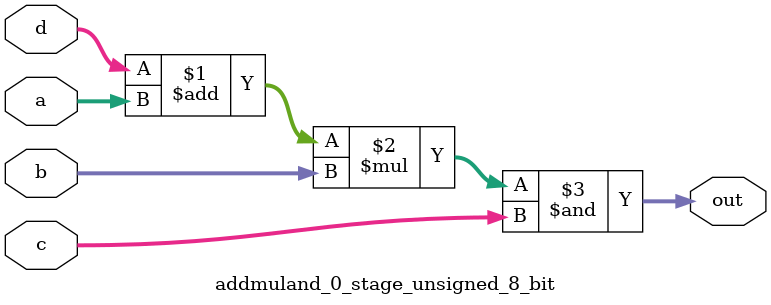
<source format=sv>
(* use_dsp = "yes" *) module addmuland_0_stage_unsigned_8_bit(
	input  [7:0] a,
	input  [7:0] b,
	input  [7:0] c,
	input  [7:0] d,
	output [7:0] out
	);

	assign out = ((d + a) * b) & c;
endmodule

</source>
